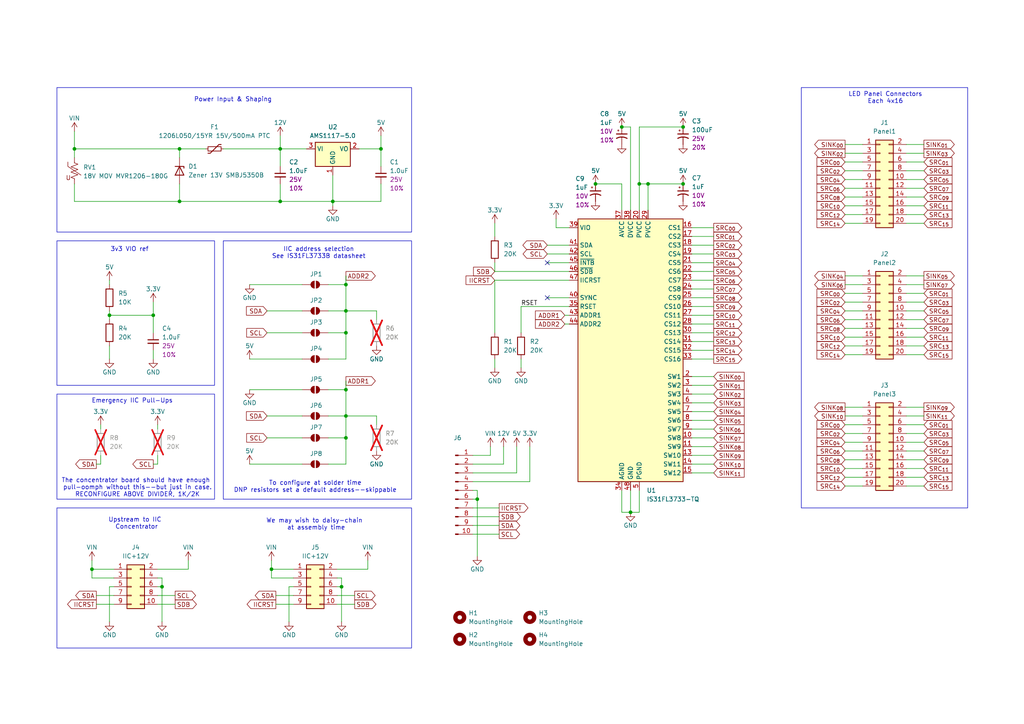
<source format=kicad_sch>
(kicad_sch (version 20250114) (generator "eeschema") (generator_version "9.0")
  (paper "A4")
  (title_block (title "Hyperdrift display controller") (date "2026-01-06") (company "Chris Combs"))
  (bus_alias "SINK0" (members "SINK_{00}" "SINK_{01}" "SINK_{02}" "SINK_{03}"))
  (rectangle (start 16.51 114.3) (end 62.23 144.78))
  (rectangle (start 64.77 69.85) (end 119.38 144.78))
  (rectangle (start 232.41 25.4) (end 280.67 147.32))
  (rectangle (start 16.51 147.32) (end 119.38 187.96))
  (rectangle (start 16.51 25.4) (end 119.38 67.31))
  (rectangle (start 16.51 69.85) (end 62.23 111.76))
  (text "3v3 VIO ref" (at 37.592 72.39 0) (effects (font (size 1.27 1.27))))
  (text "Emergency IIC Pull-Ups" (at 38.354 116.332 0) (effects (font (size 1.27 1.27))))
  (text "To configure at solder time\nDNP resistors set a default address--skippable" (at 91.44 141.224 0) (effects (font (size 1.27 1.27))))
  (text "Upstream to IIC \nConcentrator" (at 39.624 151.892 0) (effects (font (size 1.27 1.27))))
  (text "IIC address selection\nSee IS31FL3733B datasheet" (at 92.456 73.406 0) (effects (font (size 1.27 1.27))))
  (text "The concentrator board should have enough \npull-oomph without this--but just in case.\nRECONFIGURE ABOVE DIVIDER, 1K/2K" (at 39.878 141.478 0) (effects (font (size 1.27 1.27))))
  (text "Power Input & Shaping" (at 67.564 28.956 0) (effects (font (size 1.27 1.27))))
  (text "LED Panel Connectors\nEach 4x16" (at 256.794 28.448 0) (effects (font (size 1.27 1.27))))
  (text "We may wish to daisy-chain \nat assembly time\n" (at 91.694 152.146 0) (effects (font (size 1.27 1.27))))
  (junction (at 31.75 91.44))
  (junction (at 81.28 43.18))
  (junction (at 180.34 36.83))
  (junction (at 26.67 165.1))
  (junction (at 110.49 43.18))
  (junction (at 100.33 90.17))
  (junction (at 78.74 165.1))
  (junction (at 21.59 43.18))
  (junction (at 100.33 96.52))
  (junction (at 44.45 91.44))
  (junction (at 187.96 53.34))
  (junction (at 81.28 58.42))
  (junction (at 182.88 148.59))
  (junction (at 198.12 53.34))
  (junction (at 96.52 58.42))
  (junction (at 172.72 53.34))
  (junction (at 100.33 120.65))
  (junction (at 100.33 113.03))
  (junction (at 52.07 43.18))
  (junction (at 99.06 170.18))
  (junction (at 185.42 53.34))
  (junction (at 100.33 82.55))
  (junction (at 46.99 170.18))
  (junction (at 52.07 58.42))
  (junction (at 198.12 36.83))
  (junction (at 100.33 127))
  (junction (at 138.43 144.78))
  (no_connect (at 158.75 76.2))
  (no_connect (at 158.75 86.36))
  (wire (pts (xy 262.89 57.15) (xy 267.97 57.15)))
  (wire (pts (xy 262.89 82.55) (xy 267.97 82.55)))
  (wire (pts (xy 200.66 99.06) (xy 207.01 99.06)))
  (wire (pts (xy 245.11 59.69) (xy 250.19 59.69)))
  (wire (pts (xy 138.43 144.78) (xy 138.43 161.29)))
  (wire (pts (xy 200.66 73.66) (xy 207.01 73.66)))
  (wire (pts (xy 151.13 88.9) (xy 151.13 96.52)))
  (wire (pts (xy 97.79 167.64) (xy 99.06 167.64)))
  (wire (pts (xy 96.52 58.42) (xy 110.49 58.42)))
  (wire (pts (xy 72.39 113.03) (xy 87.63 113.03)))
  (wire (pts (xy 200.66 109.22) (xy 207.01 109.22)))
  (wire (pts (xy 262.89 62.23) (xy 267.97 62.23)))
  (wire (pts (xy 95.25 96.52) (xy 100.33 96.52)))
  (wire (pts (xy 95.25 82.55) (xy 100.33 82.55)))
  (wire (pts (xy 109.22 120.65) (xy 100.33 120.65)))
  (wire (pts (xy 262.89 41.91) (xy 267.97 41.91)))
  (wire (pts (xy 29.21 123.19) (xy 29.21 124.46)))
  (wire (pts (xy 200.66 78.74) (xy 207.01 78.74)))
  (wire (pts (xy 262.89 130.81) (xy 267.97 130.81)))
  (wire (pts (xy 77.47 127) (xy 87.63 127)))
  (wire (pts (xy 187.96 53.34) (xy 198.12 53.34)))
  (wire (pts (xy 200.66 93.98) (xy 207.01 93.98)))
  (wire (pts (xy 110.49 43.18) (xy 110.49 48.26)))
  (wire (pts (xy 182.88 36.83) (xy 182.88 60.96)))
  (wire (pts (xy 96.52 50.8) (xy 96.52 58.42)))
  (wire (pts (xy 146.05 134.62) (xy 146.05 129.54)))
  (wire (pts (xy 187.96 53.34) (xy 187.96 60.96)))
  (wire (pts (xy 158.75 71.12) (xy 165.1 71.12)))
  (wire (pts (xy 44.45 87.63) (xy 44.45 91.44)))
  (wire (pts (xy 245.11 120.65) (xy 250.19 120.65)))
  (wire (pts (xy 262.89 80.01) (xy 267.97 80.01)))
  (wire (pts (xy 245.11 90.17) (xy 250.19 90.17)))
  (wire (pts (xy 52.07 58.42) (xy 81.28 58.42)))
  (wire (pts (xy 80.01 175.26) (xy 85.09 175.26)))
  (wire (pts (xy 143.51 81.28) (xy 143.51 96.52)))
  (wire (pts (xy 180.34 142.24) (xy 180.34 148.59)))
  (wire (pts (xy 245.11 64.77) (xy 250.19 64.77)))
  (wire (pts (xy 31.75 81.28) (xy 31.75 82.55)))
  (wire (pts (xy 27.94 172.72) (xy 33.02 172.72)))
  (wire (pts (xy 72.39 104.14) (xy 87.63 104.14)))
  (wire (pts (xy 245.11 82.55) (xy 250.19 82.55)))
  (wire (pts (xy 81.28 43.18) (xy 81.28 48.26)))
  (wire (pts (xy 54.61 162.56) (xy 54.61 165.1)))
  (wire (pts (xy 245.11 100.33) (xy 250.19 100.33)))
  (wire (pts (xy 200.66 119.38) (xy 207.01 119.38)))
  (wire (pts (xy 100.33 82.55) (xy 100.33 80.01)))
  (wire (pts (xy 245.11 41.91) (xy 250.19 41.91)))
  (wire (pts (xy 45.72 170.18) (xy 46.99 170.18)))
  (wire (pts (xy 245.11 87.63) (xy 250.19 87.63)))
  (wire (pts (xy 262.89 90.17) (xy 267.97 90.17)))
  (wire (pts (xy 158.75 86.36) (xy 165.1 86.36)))
  (wire (pts (xy 143.51 104.14) (xy 143.51 106.68)))
  (wire (pts (xy 245.11 54.61) (xy 250.19 54.61)))
  (wire (pts (xy 45.72 123.19) (xy 45.72 124.46)))
  (wire (pts (xy 45.72 165.1) (xy 54.61 165.1)))
  (wire (pts (xy 33.02 167.64) (xy 26.67 167.64)))
  (wire (pts (xy 262.89 140.97) (xy 267.97 140.97)))
  (wire (pts (xy 262.89 133.35) (xy 267.97 133.35)))
  (wire (pts (xy 100.33 113.03) (xy 95.25 113.03)))
  (wire (pts (xy 21.59 58.42) (xy 52.07 58.42)))
  (wire (pts (xy 200.66 129.54) (xy 207.01 129.54)))
  (wire (pts (xy 31.75 90.17) (xy 31.75 91.44)))
  (wire (pts (xy 46.99 170.18) (xy 46.99 180.34)))
  (wire (pts (xy 200.66 91.44) (xy 207.01 91.44)))
  (wire (pts (xy 85.09 170.18) (xy 83.82 170.18)))
  (wire (pts (xy 100.33 120.65) (xy 100.33 127)))
  (wire (pts (xy 78.74 162.56) (xy 78.74 165.1)))
  (wire (pts (xy 44.45 134.62) (xy 45.72 134.62)))
  (wire (pts (xy 21.59 43.18) (xy 21.59 45.72)))
  (wire (pts (xy 245.11 49.53) (xy 250.19 49.53)))
  (wire (pts (xy 27.94 175.26) (xy 33.02 175.26)))
  (wire (pts (xy 109.22 123.19) (xy 109.22 120.65)))
  (wire (pts (xy 137.16 147.32) (xy 144.78 147.32)))
  (wire (pts (xy 200.66 114.3) (xy 207.01 114.3)))
  (wire (pts (xy 143.51 81.28) (xy 165.1 81.28)))
  (wire (pts (xy 200.66 83.82) (xy 207.01 83.82)))
  (wire (pts (xy 245.11 97.79) (xy 250.19 97.79)))
  (wire (pts (xy 200.66 124.46) (xy 207.01 124.46)))
  (wire (pts (xy 138.43 142.24) (xy 138.43 144.78)))
  (wire (pts (xy 180.34 36.83) (xy 182.88 36.83)))
  (wire (pts (xy 81.28 39.37) (xy 81.28 43.18)))
  (wire (pts (xy 245.11 123.19) (xy 250.19 123.19)))
  (wire (pts (xy 180.34 53.34) (xy 180.34 60.96)))
  (wire (pts (xy 245.11 135.89) (xy 250.19 135.89)))
  (wire (pts (xy 245.11 62.23) (xy 250.19 62.23)))
  (wire (pts (xy 110.49 43.18) (xy 104.14 43.18)))
  (wire (pts (xy 180.34 148.59) (xy 182.88 148.59)))
  (wire (pts (xy 245.11 57.15) (xy 250.19 57.15)))
  (wire (pts (xy 96.52 58.42) (xy 96.52 59.69)))
  (wire (pts (xy 245.11 46.99) (xy 250.19 46.99)))
  (wire (pts (xy 137.16 152.4) (xy 144.78 152.4)))
  (wire (pts (xy 262.89 46.99) (xy 267.97 46.99)))
  (wire (pts (xy 45.72 175.26) (xy 50.8 175.26)))
  (wire (pts (xy 262.89 54.61) (xy 267.97 54.61)))
  (wire (pts (xy 77.47 90.17) (xy 87.63 90.17)))
  (wire (pts (xy 262.89 44.45) (xy 267.97 44.45)))
  (wire (pts (xy 262.89 97.79) (xy 267.97 97.79)))
  (wire (pts (xy 143.51 78.74) (xy 165.1 78.74)))
  (wire (pts (xy 109.22 90.17) (xy 100.33 90.17)))
  (wire (pts (xy 262.89 138.43) (xy 267.97 138.43)))
  (wire (pts (xy 100.33 120.65) (xy 95.25 120.65)))
  (wire (pts (xy 46.99 167.64) (xy 46.99 170.18)))
  (wire (pts (xy 172.72 53.34) (xy 180.34 53.34)))
  (wire (pts (xy 109.22 92.71) (xy 109.22 90.17)))
  (wire (pts (xy 245.11 92.71) (xy 250.19 92.71)))
  (wire (pts (xy 245.11 85.09) (xy 250.19 85.09)))
  (wire (pts (xy 100.33 113.03) (xy 100.33 120.65)))
  (wire (pts (xy 31.75 100.33) (xy 31.75 104.14)))
  (wire (pts (xy 77.47 96.52) (xy 87.63 96.52)))
  (wire (pts (xy 245.11 125.73) (xy 250.19 125.73)))
  (wire (pts (xy 21.59 53.34) (xy 21.59 58.42)))
  (wire (pts (xy 245.11 130.81) (xy 250.19 130.81)))
  (wire (pts (xy 182.88 142.24) (xy 182.88 148.59)))
  (wire (pts (xy 245.11 44.45) (xy 250.19 44.45)))
  (wire (pts (xy 149.86 137.16) (xy 149.86 129.54)))
  (wire (pts (xy 31.75 170.18) (xy 31.75 180.34)))
  (wire (pts (xy 153.67 139.7) (xy 153.67 129.54)))
  (wire (pts (xy 262.89 64.77) (xy 267.97 64.77)))
  (wire (pts (xy 200.66 96.52) (xy 207.01 96.52)))
  (wire (pts (xy 245.11 52.07) (xy 250.19 52.07)))
  (wire (pts (xy 52.07 43.18) (xy 59.69 43.18)))
  (wire (pts (xy 200.66 88.9) (xy 207.01 88.9)))
  (wire (pts (xy 72.39 134.62) (xy 87.63 134.62)))
  (wire (pts (xy 81.28 43.18) (xy 88.9 43.18)))
  (wire (pts (xy 200.66 137.16) (xy 207.01 137.16)))
  (wire (pts (xy 44.45 104.14) (xy 44.45 101.6)))
  (wire (pts (xy 200.66 116.84) (xy 207.01 116.84)))
  (wire (pts (xy 161.29 63.5) (xy 161.29 66.04)))
  (wire (pts (xy 143.51 76.2) (xy 143.51 78.74)))
  (wire (pts (xy 95.25 90.17) (xy 100.33 90.17)))
  (wire (pts (xy 262.89 52.07) (xy 267.97 52.07)))
  (wire (pts (xy 31.75 91.44) (xy 44.45 91.44)))
  (wire (pts (xy 52.07 53.34) (xy 52.07 58.42)))
  (wire (pts (xy 137.16 132.08) (xy 142.24 132.08)))
  (wire (pts (xy 262.89 92.71) (xy 267.97 92.71)))
  (wire (pts (xy 200.66 132.08) (xy 207.01 132.08)))
  (wire (pts (xy 137.16 139.7) (xy 153.67 139.7)))
  (wire (pts (xy 33.02 170.18) (xy 31.75 170.18)))
  (wire (pts (xy 262.89 128.27) (xy 267.97 128.27)))
  (wire (pts (xy 27.94 134.62) (xy 29.21 134.62)))
  (wire (pts (xy 137.16 137.16) (xy 149.86 137.16)))
  (wire (pts (xy 97.79 172.72) (xy 102.87 172.72)))
  (wire (pts (xy 262.89 123.19) (xy 267.97 123.19)))
  (wire (pts (xy 44.45 91.44) (xy 44.45 96.52)))
  (wire (pts (xy 262.89 125.73) (xy 267.97 125.73)))
  (wire (pts (xy 100.33 127) (xy 95.25 127)))
  (wire (pts (xy 262.89 100.33) (xy 267.97 100.33)))
  (wire (pts (xy 26.67 167.64) (xy 26.67 165.1)))
  (wire (pts (xy 245.11 140.97) (xy 250.19 140.97)))
  (wire (pts (xy 163.83 91.44) (xy 165.1 91.44)))
  (wire (pts (xy 77.47 120.65) (xy 87.63 120.65)))
  (wire (pts (xy 137.16 154.94) (xy 144.78 154.94)))
  (wire (pts (xy 163.83 93.98) (xy 165.1 93.98)))
  (wire (pts (xy 52.07 43.18) (xy 52.07 45.72)))
  (wire (pts (xy 245.11 128.27) (xy 250.19 128.27)))
  (wire (pts (xy 200.66 66.04) (xy 207.01 66.04)))
  (wire (pts (xy 262.89 135.89) (xy 267.97 135.89)))
  (wire (pts (xy 200.66 71.12) (xy 207.01 71.12)))
  (wire (pts (xy 182.88 148.59) (xy 185.42 148.59)))
  (wire (pts (xy 200.66 134.62) (xy 207.01 134.62)))
  (wire (pts (xy 245.11 102.87) (xy 250.19 102.87)))
  (wire (pts (xy 21.59 43.18) (xy 52.07 43.18)))
  (wire (pts (xy 72.39 82.55) (xy 87.63 82.55)))
  (wire (pts (xy 64.77 43.18) (xy 81.28 43.18)))
  (wire (pts (xy 158.75 76.2) (xy 165.1 76.2)))
  (wire (pts (xy 185.42 36.83) (xy 198.12 36.83)))
  (wire (pts (xy 262.89 49.53) (xy 267.97 49.53)))
  (wire (pts (xy 81.28 53.34) (xy 81.28 58.42)))
  (wire (pts (xy 185.42 142.24) (xy 185.42 148.59)))
  (wire (pts (xy 245.11 138.43) (xy 250.19 138.43)))
  (wire (pts (xy 95.25 104.14) (xy 100.33 104.14)))
  (wire (pts (xy 78.74 165.1) (xy 85.09 165.1)))
  (wire (pts (xy 200.66 111.76) (xy 207.01 111.76)))
  (wire (pts (xy 78.74 167.64) (xy 78.74 165.1)))
  (wire (pts (xy 99.06 167.64) (xy 99.06 170.18)))
  (wire (pts (xy 137.16 142.24) (xy 138.43 142.24)))
  (wire (pts (xy 99.06 170.18) (xy 99.06 180.34)))
  (wire (pts (xy 45.72 172.72) (xy 50.8 172.72)))
  (wire (pts (xy 262.89 102.87) (xy 267.97 102.87)))
  (wire (pts (xy 245.11 80.01) (xy 250.19 80.01)))
  (wire (pts (xy 200.66 76.2) (xy 207.01 76.2)))
  (wire (pts (xy 151.13 88.9) (xy 165.1 88.9)))
  (wire (pts (xy 97.79 170.18) (xy 99.06 170.18)))
  (wire (pts (xy 100.33 110.49) (xy 100.33 113.03)))
  (wire (pts (xy 200.66 81.28) (xy 207.01 81.28)))
  (wire (pts (xy 158.75 73.66) (xy 165.1 73.66)))
  (wire (pts (xy 26.67 165.1) (xy 33.02 165.1)))
  (wire (pts (xy 29.21 134.62) (xy 29.21 132.08)))
  (wire (pts (xy 262.89 120.65) (xy 267.97 120.65)))
  (wire (pts (xy 262.89 95.25) (xy 267.97 95.25)))
  (wire (pts (xy 185.42 53.34) (xy 187.96 53.34)))
  (wire (pts (xy 200.66 86.36) (xy 207.01 86.36)))
  (wire (pts (xy 151.13 104.14) (xy 151.13 106.68)))
  (wire (pts (xy 185.42 36.83) (xy 185.42 53.34)))
  (wire (pts (xy 185.42 53.34) (xy 185.42 60.96)))
  (wire (pts (xy 262.89 59.69) (xy 267.97 59.69)))
  (wire (pts (xy 106.68 162.56) (xy 106.68 165.1)))
  (wire (pts (xy 200.66 101.6) (xy 207.01 101.6)))
  (wire (pts (xy 262.89 85.09) (xy 267.97 85.09)))
  (wire (pts (xy 97.79 175.26) (xy 102.87 175.26)))
  (wire (pts (xy 45.72 167.64) (xy 46.99 167.64)))
  (wire (pts (xy 200.66 104.14) (xy 207.01 104.14)))
  (wire (pts (xy 200.66 68.58) (xy 207.01 68.58)))
  (wire (pts (xy 100.33 90.17) (xy 100.33 82.55)))
  (wire (pts (xy 200.66 121.92) (xy 207.01 121.92)))
  (wire (pts (xy 245.11 133.35) (xy 250.19 133.35)))
  (wire (pts (xy 200.66 127) (xy 207.01 127)))
  (wire (pts (xy 100.33 134.62) (xy 95.25 134.62)))
  (wire (pts (xy 143.51 64.77) (xy 143.51 68.58)))
  (wire (pts (xy 245.11 95.25) (xy 250.19 95.25)))
  (wire (pts (xy 137.16 134.62) (xy 146.05 134.62)))
  (wire (pts (xy 80.01 172.72) (xy 85.09 172.72)))
  (wire (pts (xy 21.59 38.1) (xy 21.59 43.18)))
  (wire (pts (xy 26.67 162.56) (xy 26.67 165.1)))
  (wire (pts (xy 45.72 134.62) (xy 45.72 132.08)))
  (wire (pts (xy 262.89 87.63) (xy 267.97 87.63)))
  (wire (pts (xy 110.49 58.42) (xy 110.49 53.34)))
  (wire (pts (xy 83.82 170.18) (xy 83.82 180.34)))
  (wire (pts (xy 100.33 90.17) (xy 100.33 96.52)))
  (wire (pts (xy 262.89 118.11) (xy 267.97 118.11)))
  (wire (pts (xy 100.33 96.52) (xy 100.33 104.14)))
  (wire (pts (xy 81.28 58.42) (xy 96.52 58.42)))
  (wire (pts (xy 100.33 127) (xy 100.33 134.62)))
  (wire (pts (xy 161.29 66.04) (xy 165.1 66.04)))
  (wire (pts (xy 137.16 149.86) (xy 144.78 149.86)))
  (wire (pts (xy 142.24 132.08) (xy 142.24 129.54)))
  (wire (pts (xy 110.49 39.37) (xy 110.49 43.18)))
  (wire (pts (xy 97.79 165.1) (xy 106.68 165.1)))
  (wire (pts (xy 137.16 144.78) (xy 138.43 144.78)))
  (wire (pts (xy 245.11 118.11) (xy 250.19 118.11)))
  (wire (pts (xy 85.09 167.64) (xy 78.74 167.64)))
  (wire (pts (xy 31.75 91.44) (xy 31.75 92.71)))
  (label "RSET" (at 151.13 88.9 0))
  (global_label "SINK_{08}" (shape output) (at 245.11 118.11 180) (property "Intersheetrefs" "${INTERSHEET_REFS}" (effects (hide yes))))
  (global_label "SINK_{00}" (shape output) (at 245.11 41.91 180) (property "Intersheetrefs" "${INTERSHEET_REFS}" (effects (hide yes))))
  (global_label "SINK_{01}" (shape output) (at 267.97 41.91 0) (property "Intersheetrefs" "${INTERSHEET_REFS}" (effects (hide yes))))
  (global_label "SINK_{03}" (shape output) (at 267.97 44.45 0) (property "Intersheetrefs" "${INTERSHEET_REFS}" (effects (hide yes))))
  (global_label "SINK_{02}" (shape output) (at 245.11 44.45 180) (property "Intersheetrefs" "${INTERSHEET_REFS}" (effects (hide yes))))
  (global_label "SINK_{09}" (shape output) (at 267.97 118.11 0) (property "Intersheetrefs" "${INTERSHEET_REFS}" (effects (hide yes))))
  (global_label "SINK_{11}" (shape output) (at 267.97 120.65 0) (property "Intersheetrefs" "${INTERSHEET_REFS}" (effects (hide yes))))
  (global_label "SINK_{10}" (shape output) (at 245.11 120.65 180) (property "Intersheetrefs" "${INTERSHEET_REFS}" (effects (hide yes))))
  (global_label "SINK_{04}" (shape output) (at 245.11 80.01 180) (property "Intersheetrefs" "${INTERSHEET_REFS}" (effects (hide yes))))
  (global_label "SINK_{06}" (shape output) (at 245.11 82.55 180) (property "Intersheetrefs" "${INTERSHEET_REFS}" (effects (hide yes))))
  (global_label "SINK_{05}" (shape output) (at 267.97 80.01 0) (property "Intersheetrefs" "${INTERSHEET_REFS}" (effects (hide yes))))
  (global_label "SINK_{07}" (shape output) (at 267.97 82.55 0) (property "Intersheetrefs" "${INTERSHEET_REFS}" (effects (hide yes))))
  (global_label "SRC_{00}" (shape input) (at 245.11 85.09 180) (property "Intersheetrefs" "${INTERSHEET_REFS}" (effects (hide yes))))
  (global_label "SRC_{03}" (shape input) (at 267.97 87.63 0) (property "Intersheetrefs" "${INTERSHEET_REFS}" (effects (hide yes))))
  (global_label "SRC_{07}" (shape input) (at 267.97 92.71 0) (property "Intersheetrefs" "${INTERSHEET_REFS}" (effects (hide yes))))
  (global_label "SRC_{15}" (shape input) (at 267.97 102.87 0) (property "Intersheetrefs" "${INTERSHEET_REFS}" (effects (hide yes))))
  (global_label "SDB" (shape input) (at 143.51 78.74 180) (property "Intersheetrefs" "${INTERSHEET_REFS}" (effects (hide yes))))
  (global_label "SDA" (shape output) (at 144.78 152.4 0) (property "Intersheetrefs" "${INTERSHEET_REFS}" (effects (hide yes))))
  (global_label "IICRST" (shape input) (at 143.51 81.28 180) (property "Intersheetrefs" "${INTERSHEET_REFS}" (effects (hide yes))))
  (global_label "IICRST" (shape output) (at 80.01 175.26 180) (property "Intersheetrefs" "${INTERSHEET_REFS}" (effects (hide yes))))
  (global_label "SRC_{11}" (shape input) (at 267.97 97.79 0) (property "Intersheetrefs" "${INTERSHEET_REFS}" (effects (hide yes))))
  (global_label "SRC_{03}" (shape input) (at 267.97 125.73 0) (property "Intersheetrefs" "${INTERSHEET_REFS}" (effects (hide yes))))
  (global_label "IICRST" (shape output) (at 27.94 175.26 180) (property "Intersheetrefs" "${INTERSHEET_REFS}" (effects (hide yes))))
  (global_label "SRC_{14}" (shape input) (at 245.11 140.97 180) (property "Intersheetrefs" "${INTERSHEET_REFS}" (effects (hide yes))))
  (global_label "SRC_{12}" (shape input) (at 245.11 138.43 180) (property "Intersheetrefs" "${INTERSHEET_REFS}" (effects (hide yes))))
  (global_label "SCL" (shape output) (at 50.8 172.72 0) (property "Intersheetrefs" "${INTERSHEET_REFS}" (effects (hide yes))))
  (global_label "SDA" (shape output) (at 27.94 172.72 180) (property "Intersheetrefs" "${INTERSHEET_REFS}" (effects (hide yes))))
  (global_label "SINK_{04}" (shape input) (at 207.01 119.38 0) (property "Intersheetrefs" "${INTERSHEET_REFS}" (effects (hide yes))))
  (global_label "SINK_{02}" (shape input) (at 207.01 114.3 0) (property "Intersheetrefs" "${INTERSHEET_REFS}" (effects (hide yes))))
  (global_label "SINK_{00}" (shape input) (at 207.01 109.22 0) (property "Intersheetrefs" "${INTERSHEET_REFS}" (effects (hide yes))))
  (global_label "SINK_{01}" (shape input) (at 207.01 111.76 0) (property "Intersheetrefs" "${INTERSHEET_REFS}" (effects (hide yes))))
  (global_label "SINK_{03}" (shape input) (at 207.01 116.84 0) (property "Intersheetrefs" "${INTERSHEET_REFS}" (effects (hide yes))))
  (global_label "SINK_{05}" (shape input) (at 207.01 121.92 0) (property "Intersheetrefs" "${INTERSHEET_REFS}" (effects (hide yes))))
  (global_label "SINK_{06}" (shape input) (at 207.01 124.46 0) (property "Intersheetrefs" "${INTERSHEET_REFS}" (effects (hide yes))))
  (global_label "SINK_{09}" (shape input) (at 207.01 132.08 0) (property "Intersheetrefs" "${INTERSHEET_REFS}" (effects (hide yes))))
  (global_label "SINK_{08}" (shape input) (at 207.01 129.54 0) (property "Intersheetrefs" "${INTERSHEET_REFS}" (effects (hide yes))))
  (global_label "SINK_{11}" (shape input) (at 207.01 137.16 0) (property "Intersheetrefs" "${INTERSHEET_REFS}" (effects (hide yes))))
  (global_label "SINK_{10}" (shape input) (at 207.01 134.62 0) (property "Intersheetrefs" "${INTERSHEET_REFS}" (effects (hide yes))))
  (global_label "SINK_{07}" (shape input) (at 207.01 127 0) (property "Intersheetrefs" "${INTERSHEET_REFS}" (effects (hide yes))))
  (global_label "SRC_{11}" (shape input) (at 267.97 135.89 0) (property "Intersheetrefs" "${INTERSHEET_REFS}" (effects (hide yes))))
  (global_label "SRC_{05}" (shape input) (at 267.97 90.17 0) (property "Intersheetrefs" "${INTERSHEET_REFS}" (effects (hide yes))))
  (global_label "SRC_{13}" (shape input) (at 267.97 138.43 0) (property "Intersheetrefs" "${INTERSHEET_REFS}" (effects (hide yes))))
  (global_label "SDA" (shape input) (at 77.47 90.17 180) (property "Intersheetrefs" "${INTERSHEET_REFS}" (effects (hide yes))))
  (global_label "SCL" (shape input) (at 77.47 96.52 180) (property "Intersheetrefs" "${INTERSHEET_REFS}" (effects (hide yes))))
  (global_label "SDA" (shape input) (at 77.47 120.65 180) (property "Intersheetrefs" "${INTERSHEET_REFS}" (effects (hide yes))))
  (global_label "SCL" (shape input) (at 77.47 127 180) (property "Intersheetrefs" "${INTERSHEET_REFS}" (effects (hide yes))))
  (global_label "SRC_{12}" (shape input) (at 245.11 100.33 180) (property "Intersheetrefs" "${INTERSHEET_REFS}" (effects (hide yes))))
  (global_label "SRC_{04}" (shape input) (at 245.11 90.17 180) (property "Intersheetrefs" "${INTERSHEET_REFS}" (effects (hide yes))))
  (global_label "SRC_{07}" (shape input) (at 267.97 130.81 0) (property "Intersheetrefs" "${INTERSHEET_REFS}" (effects (hide yes))))
  (global_label "SRC_{02}" (shape input) (at 245.11 87.63 180) (property "Intersheetrefs" "${INTERSHEET_REFS}" (effects (hide yes))))
  (global_label "SDA" (shape output) (at 27.94 134.62 180) (property "Intersheetrefs" "${INTERSHEET_REFS}" (effects (hide yes))))
  (global_label "SRC_{04}" (shape input) (at 245.11 128.27 180) (property "Intersheetrefs" "${INTERSHEET_REFS}" (effects (hide yes))))
  (global_label "SRC_{08}" (shape input) (at 245.11 95.25 180) (property "Intersheetrefs" "${INTERSHEET_REFS}" (effects (hide yes))))
  (global_label "SRC_{01}" (shape input) (at 267.97 85.09 0) (property "Intersheetrefs" "${INTERSHEET_REFS}" (effects (hide yes))))
  (global_label "SRC_{02}" (shape input) (at 245.11 125.73 180) (property "Intersheetrefs" "${INTERSHEET_REFS}" (effects (hide yes))))
  (global_label "SRC_{10}" (shape input) (at 245.11 135.89 180) (property "Intersheetrefs" "${INTERSHEET_REFS}" (effects (hide yes))))
  (global_label "SRC_{09}" (shape input) (at 267.97 133.35 0) (property "Intersheetrefs" "${INTERSHEET_REFS}" (effects (hide yes))))
  (global_label "SRC_{12}" (shape input) (at 245.11 62.23 180) (property "Intersheetrefs" "${INTERSHEET_REFS}" (effects (hide yes))))
  (global_label "SRC_{10}" (shape input) (at 245.11 59.69 180) (property "Intersheetrefs" "${INTERSHEET_REFS}" (effects (hide yes))))
  (global_label "SRC_{06}" (shape input) (at 245.11 54.61 180) (property "Intersheetrefs" "${INTERSHEET_REFS}" (effects (hide yes))))
  (global_label "SRC_{08}" (shape input) (at 245.11 57.15 180) (property "Intersheetrefs" "${INTERSHEET_REFS}" (effects (hide yes))))
  (global_label "SRC_{14}" (shape input) (at 245.11 64.77 180) (property "Intersheetrefs" "${INTERSHEET_REFS}" (effects (hide yes))))
  (global_label "SRC_{00}" (shape input) (at 245.11 46.99 180) (property "Intersheetrefs" "${INTERSHEET_REFS}" (effects (hide yes))))
  (global_label "SRC_{02}" (shape input) (at 245.11 49.53 180) (property "Intersheetrefs" "${INTERSHEET_REFS}" (effects (hide yes))))
  (global_label "SRC_{04}" (shape input) (at 245.11 52.07 180) (property "Intersheetrefs" "${INTERSHEET_REFS}" (effects (hide yes))))
  (global_label "SRC_{01}" (shape input) (at 267.97 46.99 0) (property "Intersheetrefs" "${INTERSHEET_REFS}" (effects (hide yes))))
  (global_label "SRC_{03}" (shape input) (at 267.97 49.53 0) (property "Intersheetrefs" "${INTERSHEET_REFS}" (effects (hide yes))))
  (global_label "SRC_{05}" (shape input) (at 267.97 52.07 0) (property "Intersheetrefs" "${INTERSHEET_REFS}" (effects (hide yes))))
  (global_label "SRC_{11}" (shape input) (at 267.97 59.69 0) (property "Intersheetrefs" "${INTERSHEET_REFS}" (effects (hide yes))))
  (global_label "SRC_{13}" (shape input) (at 267.97 62.23 0) (property "Intersheetrefs" "${INTERSHEET_REFS}" (effects (hide yes))))
  (global_label "SRC_{09}" (shape input) (at 267.97 57.15 0) (property "Intersheetrefs" "${INTERSHEET_REFS}" (effects (hide yes))))
  (global_label "SRC_{07}" (shape input) (at 267.97 54.61 0) (property "Intersheetrefs" "${INTERSHEET_REFS}" (effects (hide yes))))
  (global_label "SRC_{15}" (shape input) (at 267.97 64.77 0) (property "Intersheetrefs" "${INTERSHEET_REFS}" (effects (hide yes))))
  (global_label "SRC_{10}" (shape input) (at 245.11 97.79 180) (property "Intersheetrefs" "${INTERSHEET_REFS}" (effects (hide yes))))
  (global_label "SCL" (shape output) (at 102.87 172.72 0) (property "Intersheetrefs" "${INTERSHEET_REFS}" (effects (hide yes))))
  (global_label "SCL" (shape bidirectional) (at 158.75 73.66 180) (property "Intersheetrefs" "${INTERSHEET_REFS}" (effects (hide yes))))
  (global_label "SDA" (shape bidirectional) (at 158.75 71.12 180) (property "Intersheetrefs" "${INTERSHEET_REFS}" (effects (hide yes))))
  (global_label "SDB" (shape output) (at 144.78 149.86 0) (property "Intersheetrefs" "${INTERSHEET_REFS}" (effects (hide yes))))
  (global_label "SRC_{06}" (shape input) (at 245.11 130.81 180) (property "Intersheetrefs" "${INTERSHEET_REFS}" (effects (hide yes))))
  (global_label "SCL" (shape output) (at 144.78 154.94 0) (property "Intersheetrefs" "${INTERSHEET_REFS}" (effects (hide yes))))
  (global_label "SDA" (shape output) (at 80.01 172.72 180) (property "Intersheetrefs" "${INTERSHEET_REFS}" (effects (hide yes))))
  (global_label "ADDR1" (shape input) (at 163.83 91.44 180) (property "Intersheetrefs" "${INTERSHEET_REFS}" (effects (hide yes))))
  (global_label "SRC_{15}" (shape output) (at 207.01 104.14 0) (property "Intersheetrefs" "${INTERSHEET_REFS}" (effects (hide yes))))
  (global_label "SRC_{14}" (shape output) (at 207.01 101.6 0) (property "Intersheetrefs" "${INTERSHEET_REFS}" (effects (hide yes))))
  (global_label "SRC_{13}" (shape output) (at 207.01 99.06 0) (property "Intersheetrefs" "${INTERSHEET_REFS}" (effects (hide yes))))
  (global_label "SRC_{12}" (shape output) (at 207.01 96.52 0) (property "Intersheetrefs" "${INTERSHEET_REFS}" (effects (hide yes))))
  (global_label "SRC_{02}" (shape output) (at 207.01 71.12 0) (property "Intersheetrefs" "${INTERSHEET_REFS}" (effects (hide yes))))
  (global_label "SRC_{03}" (shape output) (at 207.01 73.66 0) (property "Intersheetrefs" "${INTERSHEET_REFS}" (effects (hide yes))))
  (global_label "SRC_{01}" (shape output) (at 207.01 68.58 0) (property "Intersheetrefs" "${INTERSHEET_REFS}" (effects (hide yes))))
  (global_label "SRC_{04}" (shape output) (at 207.01 76.2 0) (property "Intersheetrefs" "${INTERSHEET_REFS}" (effects (hide yes))))
  (global_label "SRC_{00}" (shape output) (at 207.01 66.04 0) (property "Intersheetrefs" "${INTERSHEET_REFS}" (effects (hide yes))))
  (global_label "SRC_{05}" (shape output) (at 207.01 78.74 0) (property "Intersheetrefs" "${INTERSHEET_REFS}" (effects (hide yes))))
  (global_label "SRC_{10}" (shape output) (at 207.01 91.44 0) (property "Intersheetrefs" "${INTERSHEET_REFS}" (effects (hide yes))))
  (global_label "SRC_{09}" (shape output) (at 207.01 88.9 0) (property "Intersheetrefs" "${INTERSHEET_REFS}" (effects (hide yes))))
  (global_label "SRC_{07}" (shape output) (at 207.01 83.82 0) (property "Intersheetrefs" "${INTERSHEET_REFS}" (effects (hide yes))))
  (global_label "SRC_{11}" (shape output) (at 207.01 93.98 0) (property "Intersheetrefs" "${INTERSHEET_REFS}" (effects (hide yes))))
  (global_label "SRC_{08}" (shape output) (at 207.01 86.36 0) (property "Intersheetrefs" "${INTERSHEET_REFS}" (effects (hide yes))))
  (global_label "SRC_{06}" (shape output) (at 207.01 81.28 0) (property "Intersheetrefs" "${INTERSHEET_REFS}" (effects (hide yes))))
  (global_label "SRC_{06}" (shape input) (at 245.11 92.71 180) (property "Intersheetrefs" "${INTERSHEET_REFS}" (effects (hide yes))))
  (global_label "SDB" (shape output) (at 50.8 175.26 0) (property "Intersheetrefs" "${INTERSHEET_REFS}" (effects (hide yes))))
  (global_label "SRC_{09}" (shape input) (at 267.97 95.25 0) (property "Intersheetrefs" "${INTERSHEET_REFS}" (effects (hide yes))))
  (global_label "SRC_{08}" (shape input) (at 245.11 133.35 180) (property "Intersheetrefs" "${INTERSHEET_REFS}" (effects (hide yes))))
  (global_label "SRC_{01}" (shape input) (at 267.97 123.19 0) (property "Intersheetrefs" "${INTERSHEET_REFS}" (effects (hide yes))))
  (global_label "IICRST" (shape output) (at 144.78 147.32 0) (property "Intersheetrefs" "${INTERSHEET_REFS}" (effects (hide yes))))
  (global_label "ADDR1" (shape output) (at 100.33 110.49 0) (property "Intersheetrefs" "${INTERSHEET_REFS}" (effects (hide yes))))
  (global_label "ADDR2" (shape output) (at 100.33 80.01 0) (property "Intersheetrefs" "${INTERSHEET_REFS}" (effects (hide yes))))
  (global_label "SRC_{15}" (shape input) (at 267.97 140.97 0) (property "Intersheetrefs" "${INTERSHEET_REFS}" (effects (hide yes))))
  (global_label "SRC_{00}" (shape input) (at 245.11 123.19 180) (property "Intersheetrefs" "${INTERSHEET_REFS}" (effects (hide yes))))
  (global_label "SRC_{13}" (shape input) (at 267.97 100.33 0) (property "Intersheetrefs" "${INTERSHEET_REFS}" (effects (hide yes))))
  (global_label "SRC_{05}" (shape input) (at 267.97 128.27 0) (property "Intersheetrefs" "${INTERSHEET_REFS}" (effects (hide yes))))
  (global_label "ADDR2" (shape input) (at 163.83 93.98 180) (property "Intersheetrefs" "${INTERSHEET_REFS}" (effects (hide yes))))
  (global_label "SRC_{14}" (shape input) (at 245.11 102.87 180) (property "Intersheetrefs" "${INTERSHEET_REFS}" (effects (hide yes))))
  (global_label "SDB" (shape output) (at 102.87 175.26 0) (property "Intersheetrefs" "${INTERSHEET_REFS}" (effects (hide yes))))
  (global_label "SCL" (shape output) (at 44.45 134.62 180) (property "Intersheetrefs" "${INTERSHEET_REFS}" (effects (hide yes))))
  (symbol (lib_id "PCM_SparkFun-PowerSymbol:5V") (at 180.34 36.83 0) (unit 1)
    (property "Reference" "#PWR022" (effects (hide yes)))
    (property "Value" "5V" (at 180.34 33.02 0))
    (property "Description" "Power symbol creates a global label with name \"5V\"" (effects (hide yes)))
  )
  (symbol (lib_id "Mechanical:MountingHole") (at 133.35 179.07 0) (unit 1) (exclude_from_sim yes) (in_bom no)
    (property "Reference" "H1" (at 135.89 177.7999 0) (effects (justify left)))
    (property "Value" "MountingHole" (at 135.89 180.3399 0) (effects (justify left)))
    (property "Footprint" "MountingHole:MountingHole_3.2mm_M3" (effects (hide yes)))
    (property "Description" "Mounting Hole without connection" (effects (hide yes)))
  )
  (symbol (lib_id "Device:R") (at 45.72 128.27 0) (unit 1) (dnp yes)
    (property "Reference" "R9" (at 48.26 126.9999 0) (effects (justify left)))
    (property "Value" "20K" (at 48.26 129.5399 0) (effects (justify left)))
    (property "Footprint" "Resistor_SMD:R_0805_2012Metric_Pad1.20x1.40mm_HandSolder" (effects (hide yes)))
    (property "Description" "Resistor" (effects (hide yes)))
  )
  (symbol (lib_id "PCM_SparkFun-PowerSymbol:GND") (at 83.82 180.34 0) (unit 1)
    (property "Reference" "#PWR037" (effects (hide yes)))
    (property "Value" "GND" (at 83.82 184.15 0))
    (property "Description" "Power symbol creates a global label with name \"GND\" , ground" (effects (hide yes)))
  )
  (symbol (lib_id "PCM_SparkFun-PowerSymbol:3.3V") (at 143.51 64.77 0) (unit 1)
    (property "Reference" "#PWR012" (effects (hide yes)))
    (property "Value" "3.3V" (at 143.51 60.96 0))
    (property "Description" "Power symbol creates a global label with name \"3.3V\"" (effects (hide yes)))
  )
  (symbol (lib_id "Jumper:SolderJumper_2_Open") (at 91.44 96.52 0) (unit 1) (exclude_from_sim yes) (in_bom no)
    (property "Reference" "JP3" (at 91.694 93.472 0))
    (property "Value" "ADDR2 SCL" (effects (hide yes)))
    (property "Footprint" "Jumper:SolderJumper-2_P1.3mm_Open_TrianglePad1.0x1.5mm" (effects (hide yes)))
    (property "Description" "Solder Jumper, 2-pole, open" (effects (hide yes)))
  )
  (symbol (lib_id "Jumper:SolderJumper_2_Open") (at 91.44 82.55 0) (unit 1) (exclude_from_sim yes) (in_bom no)
    (property "Reference" "JP1" (at 91.694 79.502 0))
    (property "Value" "ADDR2 GND" (effects (hide yes)))
    (property "Footprint" "Jumper:SolderJumper-2_P1.3mm_Open_TrianglePad1.0x1.5mm" (effects (hide yes)))
    (property "Description" "Solder Jumper, 2-pole, open" (effects (hide yes)))
  )
  (symbol (lib_id "PCM_SparkFun-PowerSymbol:12V") (at 146.05 129.54 0) (unit 1)
    (property "Reference" "#PWR042" (effects (hide yes)))
    (property "Value" "12V" (at 146.05 125.73 0))
    (property "Description" "Power symbol creates a global label with name \"12V\"" (effects (hide yes)))
  )
  (symbol (lib_id "PCM_SparkFun-PowerSymbol:3.3V") (at 45.72 123.19 0) (unit 1)
    (property "Reference" "#PWR033" (effects (hide yes)))
    (property "Value" "3.3V" (at 45.72 119.38 0))
    (property "Description" "Power symbol creates a global label with name \"3.3V\"" (effects (hide yes)))
  )
  (symbol (lib_id "Jumper:SolderJumper_2_Open") (at 91.44 120.65 0) (unit 1) (exclude_from_sim yes) (in_bom no)
    (property "Reference" "JP6" (at 91.694 117.602 0))
    (property "Value" "ADDR1 SDA" (effects (hide yes)))
    (property "Footprint" "Jumper:SolderJumper-2_P1.3mm_Open_TrianglePad1.0x1.5mm" (effects (hide yes)))
    (property "Description" "Solder Jumper, 2-pole, open" (effects (hide yes)))
  )
  (symbol (lib_id "PCM_SparkFun-Capacitor:1.0uF_0805_25V_10%") (at 81.28 50.8 0) (unit 1)
    (property "Reference" "C2" (at 83.82 46.9962 0) (effects (justify left)))
    (property "Value" "1.0uF" (at 83.82 49.5362 0) (effects (justify left)))
    (property "Footprint" "PCM_SparkFun-Capacitor:C_0805_2012Metric" (effects (hide yes)))
    (property "Datasheet" "https://cdn.sparkfun.com/assets/8/a/4/a/5/Kemet_Capacitor_Datasheet.pdf" (effects (hide yes)))
    (property "Description" "Unpolarized capacitor" (effects (hide yes)))
    (property "PROD_ID" "CAP-08064" (effects (hide yes)))
    (property "Voltage" "25V" (at 83.82 52.0762 0) (effects (justify left)))
    (property "Tolerance" "10%" (at 83.82 54.6162 0) (effects (justify left)))
  )
  (symbol (lib_id "PCM_SparkFun-Capacitor:47uF_3528_10V_10%") (at 180.34 39.37 0) (unit 1)
    (property "Reference" "C8" (at 173.99 33.02 0) (effects (justify left)))
    (property "Value" "1uF" (at 173.99 35.56 0) (effects (justify left)))
    (property "Footprint" "Capacitor_Tantalum_SMD:CP_EIA-3216-10_Kemet-I_Pad1.58x1.35mm_HandSolder" (effects (hide yes)))
    (property "Datasheet" "https://www.vishay.com/docs/40002/293d.pdf" (effects (hide yes)))
    (property "Description" "Polarized tantalum capacitor" (effects (hide yes)))
    (property "PROD_ID" "CAP-08310" (effects (hide yes)))
    (property "Voltage" "10V" (at 173.99 38.1 0) (effects (justify left)))
    (property "Tolerance" "10%" (at 173.99 40.64 0) (effects (justify left)))
  )
  (symbol (lib_id "Device:R") (at 31.75 96.52 0) (unit 1)
    (property "Reference" "R4" (at 34.29 95.2499 0) (effects (justify left)))
    (property "Value" "20K" (at 34.29 97.7899 0) (effects (justify left)))
    (property "Footprint" "Resistor_SMD:R_0805_2012Metric_Pad1.20x1.40mm_HandSolder" (effects (hide yes)))
    (property "Description" "Resistor" (effects (hide yes)))
  )
  (symbol (lib_id "PCM_SparkFun-PowerSymbol:GND") (at 138.43 161.29 0) (unit 1)
    (property "Reference" "#PWR039" (effects (hide yes)))
    (property "Value" "GND" (at 138.43 165.1 0))
    (property "Description" "Power symbol creates a global label with name \"GND\" , ground" (effects (hide yes)))
  )
  (symbol (lib_id "PCM_SparkFun-PowerSymbol:5V") (at 172.72 53.34 0) (unit 1)
    (property "Reference" "#PWR023" (effects (hide yes)))
    (property "Value" "5V" (at 172.72 49.53 0))
    (property "Description" "Power symbol creates a global label with name \"5V\"" (effects (hide yes)))
  )
  (symbol (lib_id "PCM_SparkFun-PowerSymbol:VIN") (at 78.74 162.56 0) (unit 1)
    (property "Reference" "#PWR035" (effects (hide yes)))
    (property "Value" "VIN" (at 78.74 158.75 0))
    (property "Description" "Power symbol creates a global label with name \"VIN\"" (effects (hide yes)))
  )
  (symbol (lib_id "PCM_SparkFun-PowerSymbol:3.3V") (at 161.29 63.5 0) (unit 1)
    (property "Reference" "#PWR011" (effects (hide yes)))
    (property "Value" "3.3V" (at 161.29 59.69 0))
    (property "Description" "Power symbol creates a global label with name \"3.3V\"" (effects (hide yes)))
  )
  (symbol (lib_id "PCM_SparkFun-PowerSymbol:5V") (at 110.49 39.37 0) (unit 1)
    (property "Reference" "#PWR03" (effects (hide yes)))
    (property "Value" "5V" (at 110.49 35.56 0))
    (property "Description" "Power symbol creates a global label with name \"5V\"" (effects (hide yes)))
  )
  (symbol (lib_id "PCM_SparkFun-Capacitor:47uF_3528_10V_10%") (at 172.72 55.88 0) (unit 1)
    (property "Reference" "C9" (at 166.878 51.816 0) (effects (justify left)))
    (property "Value" "1uF" (at 166.878 54.356 0) (effects (justify left)))
    (property "Footprint" "Capacitor_Tantalum_SMD:CP_EIA-3216-10_Kemet-I_Pad1.58x1.35mm_HandSolder" (effects (hide yes)))
    (property "Datasheet" "https://www.vishay.com/docs/40002/293d.pdf" (effects (hide yes)))
    (property "Description" "Polarized tantalum capacitor" (effects (hide yes)))
    (property "PROD_ID" "CAP-08310" (effects (hide yes)))
    (property "Voltage" "10V" (at 166.878 56.896 0) (effects (justify left)))
    (property "Tolerance" "10%" (at 166.878 59.436 0) (effects (justify left)))
  )
  (symbol (lib_id "PCM_SparkFun-PowerSymbol:GND") (at 72.39 113.03 0) (unit 1)
    (property "Reference" "#PWR028" (effects (hide yes)))
    (property "Value" "GND" (at 72.39 116.84 0))
    (property "Description" "Power symbol creates a global label with name \"GND\" , ground" (effects (hide yes)))
  )
  (symbol (lib_id "PCM_SparkFun-PowerSymbol:GND") (at 109.22 100.33 0) (unit 1)
    (property "Reference" "#PWR031" (effects (hide yes)))
    (property "Value" "GND" (at 109.22 104.14 0))
    (property "Description" "Power symbol creates a global label with name \"GND\" , ground" (effects (hide yes)))
  )
  (symbol (lib_id "PCM_SparkFun-PowerSymbol:5V") (at 149.86 129.54 0) (unit 1)
    (property "Reference" "#PWR041" (effects (hide yes)))
    (property "Value" "5V" (at 149.86 125.73 0))
    (property "Description" "Power symbol creates a global label with name \"5V\"" (effects (hide yes)))
  )
  (symbol (lib_id "Device:R") (at 109.22 96.52 0) (unit 1) (dnp yes)
    (property "Reference" "R6" (at 111.76 95.2499 0) (effects (justify left)))
    (property "Value" "20K" (at 111.76 97.7899 0) (effects (justify left)))
    (property "Footprint" "Resistor_SMD:R_0805_2012Metric_Pad1.20x1.40mm_HandSolder" (effects (hide yes)))
    (property "Description" "Resistor" (effects (hide yes)))
  )
  (symbol (lib_id "PCM_SparkFun-PowerSymbol:GND") (at 172.72 58.42 0) (unit 1)
    (property "Reference" "#PWR018" (effects (hide yes)))
    (property "Value" "GND" (effects (hide yes)))
    (property "Description" "Power symbol creates a global label with name \"GND\" , ground" (effects (hide yes)))
  )
  (symbol (lib_id "Device:R") (at 143.51 100.33 0) (unit 1)
    (property "Reference" "R1" (at 146.05 99.0599 0) (effects (justify left)))
    (property "Value" "20K" (at 146.05 101.5999 0) (effects (justify left)))
    (property "Footprint" "Resistor_SMD:R_0805_2012Metric_Pad1.20x1.40mm_HandSolder" (effects (hide yes)))
    (property "Description" "Resistor" (effects (hide yes)))
  )
  (symbol (lib_id "Device:R") (at 31.75 86.36 0) (unit 1)
    (property "Reference" "R5" (at 34.29 85.0899 0) (effects (justify left)))
    (property "Value" "10K" (at 34.29 87.6299 0) (effects (justify left)))
    (property "Footprint" "Resistor_SMD:R_0805_2012Metric_Pad1.20x1.40mm_HandSolder" (effects (hide yes)))
    (property "Description" "Resistor" (effects (hide yes)))
  )
  (symbol (lib_id "Connector_Generic:Conn_02x10_Odd_Even") (at 255.27 128.27 0) (unit 1)
    (property "Reference" "J3" (at 256.54 111.76 0))
    (property "Value" "Panel3" (at 256.54 114.3 0))
    (property "Footprint" "Connector_IDC:IDC-Header_2x10_P2.54mm_Vertical" (effects (hide yes)))
    (property "Description" "Generic connector, double row, 02x10, odd/even pin numbering scheme (row 1 odd numbers, row 2 even numbers), script generated (kicad-library-utils/schlib/autogen/connector/)" (effects (hide yes)))
  )
  (symbol (lib_id "PCM_SparkFun-PowerSymbol:GND") (at 180.34 41.91 0) (unit 1)
    (property "Reference" "#PWR015" (effects (hide yes)))
    (property "Value" "GND" (effects (hide yes)))
    (property "Description" "Power symbol creates a global label with name \"GND\" , ground" (effects (hide yes)))
  )
  (symbol (lib_id "Device:D_Zener") (at 52.07 49.53 270) (unit 1)
    (property "Reference" "D1" (at 54.61 48.2599 90) (effects (justify left)))
    (property "Value" "Zener 13V SMBJ5350B" (at 54.61 50.7999 90) (effects (justify left)))
    (property "Footprint" "Diode_SMD:D_SMB" (effects (hide yes)))
    (property "Description" "Zener diode" (effects (hide yes)))
  )
  (symbol (lib_id "PCM_SparkFun-PowerSymbol:GND") (at 31.75 104.14 0) (unit 1)
    (property "Reference" "#PWR010" (effects (hide yes)))
    (property "Value" "GND" (at 31.75 107.95 0))
    (property "Description" "Power symbol creates a global label with name \"GND\" , ground" (effects (hide yes)))
  )
  (symbol (lib_id "Jumper:SolderJumper_2_Open") (at 91.44 90.17 0) (unit 1) (exclude_from_sim yes) (in_bom no)
    (property "Reference" "JP2" (at 91.694 87.122 0))
    (property "Value" "ADDR2 SDA" (effects (hide yes)))
    (property "Footprint" "Jumper:SolderJumper-2_P1.3mm_Open_TrianglePad1.0x1.5mm" (effects (hide yes)))
    (property "Description" "Solder Jumper, 2-pole, open" (effects (hide yes)))
  )
  (symbol (lib_id "PCM_SparkFun-PowerSymbol:VIN") (at 54.61 162.56 0) (unit 1)
    (property "Reference" "#PWR021" (effects (hide yes)))
    (property "Value" "VIN" (at 54.61 158.75 0))
    (property "Description" "Power symbol creates a global label with name \"VIN\"" (effects (hide yes)))
  )
  (symbol (lib_id "PCM_SparkFun-PowerSymbol:5V") (at 198.12 53.34 0) (unit 1)
    (property "Reference" "#PWR020" (effects (hide yes)))
    (property "Value" "5V" (at 198.12 49.53 0))
    (property "Description" "Power symbol creates a global label with name \"5V\"" (effects (hide yes)))
  )
  (symbol (lib_id "PCM_SparkFun-PowerSymbol:GND") (at 198.12 58.42 0) (unit 1)
    (property "Reference" "#PWR017" (effects (hide yes)))
    (property "Value" "GND" (effects (hide yes)))
    (property "Description" "Power symbol creates a global label with name \"GND\" , ground" (effects (hide yes)))
  )
  (symbol (lib_id "PCM_SparkFun-PowerSymbol:VIN") (at 106.68 162.56 0) (unit 1)
    (property "Reference" "#PWR036" (effects (hide yes)))
    (property "Value" "VIN" (at 106.68 158.75 0))
    (property "Description" "Power symbol creates a global label with name \"VIN\"" (effects (hide yes)))
  )
  (symbol (lib_id "PCM_SparkFun-Capacitor:100uF_6.6x6.6_25V_20%") (at 198.12 39.37 0) (unit 1)
    (property "Reference" "C3" (at 200.66 35.1281 0) (effects (justify left)))
    (property "Value" "100uF" (at 200.66 37.6681 0) (effects (justify left)))
    (property "Footprint" "PCM_SparkFun-Capacitor:Panasonic_D" (effects (hide yes)))
    (property "Datasheet" "https://www.chemi-con.co.jp/products/relatedfiles/capacitor/catalog/MVARA-e.PDF" (effects (hide yes)))
    (property "Description" "Polarized capacitor, US symbol, 0.248\" Dia x 0.303\" H, Electrolitic" (effects (hide yes)))
    (property "PROD_ID" "CAP-12547" (effects (hide yes)))
    (property "Voltage" "25V" (at 200.66 40.2081 0) (effects (justify left)))
    (property "Tolerance" "20%" (at 200.66 42.7481 0) (effects (justify left)))
  )
  (symbol (lib_id "PCM_SparkFun-PowerSymbol:GND") (at 182.88 148.59 0) (unit 1)
    (property "Reference" "#PWR07" (effects (hide yes)))
    (property "Value" "GND" (at 182.88 152.4 0))
    (property "Description" "Power symbol creates a global label with name \"GND\" , ground" (effects (hide yes)))
  )
  (symbol (lib_id "Connector_Generic:Conn_02x10_Odd_Even") (at 255.27 90.17 0) (unit 1)
    (property "Reference" "J2" (at 256.54 73.66 0))
    (property "Value" "Panel2" (at 256.54 76.2 0))
    (property "Footprint" "Connector_IDC:IDC-Header_2x10_P2.54mm_Vertical" (effects (hide yes)))
    (property "Description" "Generic connector, double row, 02x10, odd/even pin numbering scheme (row 1 odd numbers, row 2 even numbers), script generated (kicad-library-utils/schlib/autogen/connector/)" (effects (hide yes)))
  )
  (symbol (lib_id "Device:R") (at 151.13 100.33 0) (unit 1)
    (property "Reference" "R2" (at 153.67 99.0599 0) (effects (justify left)))
    (property "Value" "20K" (at 153.67 101.5999 0) (effects (justify left)))
    (property "Footprint" "Resistor_SMD:R_0805_2012Metric_Pad1.20x1.40mm_HandSolder" (effects (hide yes)))
    (property "Description" "Resistor" (effects (hide yes)))
  )
  (symbol (lib_id "Device:R") (at 109.22 127 0) (unit 1) (dnp yes)
    (property "Reference" "R7" (at 111.76 125.7299 0) (effects (justify left)))
    (property "Value" "20K" (at 111.76 128.2699 0) (effects (justify left)))
    (property "Footprint" "Resistor_SMD:R_0805_2012Metric_Pad1.20x1.40mm_HandSolder" (effects (hide yes)))
    (property "Description" "Resistor" (effects (hide yes)))
  )
  (symbol (lib_id "Device:R") (at 29.21 128.27 0) (unit 1) (dnp yes)
    (property "Reference" "R8" (at 31.75 126.9999 0) (effects (justify left)))
    (property "Value" "20K" (at 31.75 129.5399 0) (effects (justify left)))
    (property "Footprint" "Resistor_SMD:R_0805_2012Metric_Pad1.20x1.40mm_HandSolder" (effects (hide yes)))
    (property "Description" "Resistor" (effects (hide yes)))
  )
  (symbol (lib_id "Device:R") (at 143.51 72.39 0) (unit 1)
    (property "Reference" "R3" (at 146.05 71.1199 0) (effects (justify left)))
    (property "Value" "20K" (at 146.05 73.6599 0) (effects (justify left)))
    (property "Footprint" "Resistor_SMD:R_0805_2012Metric_Pad1.20x1.40mm_HandSolder" (effects (hide yes)))
    (property "Description" "Resistor" (effects (hide yes)))
  )
  (symbol (lib_id "Jumper:SolderJumper_2_Open") (at 91.44 127 0) (unit 1) (exclude_from_sim yes) (in_bom no)
    (property "Reference" "JP7" (at 91.694 123.952 0))
    (property "Value" "ADDR1 SCL" (effects (hide yes)))
    (property "Footprint" "Jumper:SolderJumper-2_P1.3mm_Open_TrianglePad1.0x1.5mm" (effects (hide yes)))
    (property "Description" "Solder Jumper, 2-pole, open" (effects (hide yes)))
  )
  (symbol (lib_id "PCM_SparkFun-Capacitor:47uF_3528_10V_10%") (at 198.12 55.88 0) (unit 1)
    (property "Reference" "C7" (at 200.66 51.6381 0) (effects (justify left)))
    (property "Value" "1uF" (at 200.66 54.1781 0) (effects (justify left)))
    (property "Footprint" "Capacitor_Tantalum_SMD:CP_EIA-3216-10_Kemet-I_Pad1.58x1.35mm_HandSolder" (effects (hide yes)))
    (property "Datasheet" "https://www.vishay.com/docs/40002/293d.pdf" (effects (hide yes)))
    (property "Description" "Polarized tantalum capacitor" (effects (hide yes)))
    (property "PROD_ID" "CAP-08310" (effects (hide yes)))
    (property "Voltage" "10V" (at 200.66 56.7181 0) (effects (justify left)))
    (property "Tolerance" "10%" (at 200.66 59.2581 0) (effects (justify left)))
  )
  (symbol (lib_id "PCM_SparkFun-PowerSymbol:GND") (at 151.13 106.68 0) (unit 1)
    (property "Reference" "#PWR014" (effects (hide yes)))
    (property "Value" "GND" (at 151.13 110.49 0))
    (property "Description" "Power symbol creates a global label with name \"GND\" , ground" (effects (hide yes)))
  )
  (symbol (lib_id "Jumper:SolderJumper_2_Open") (at 91.44 113.03 0) (unit 1) (exclude_from_sim yes) (in_bom no)
    (property "Reference" "JP5" (at 91.694 109.982 0))
    (property "Value" "ADDR1 GND" (effects (hide yes)))
    (property "Footprint" "Jumper:SolderJumper-2_P1.3mm_Open_TrianglePad1.0x1.5mm" (effects (hide yes)))
    (property "Description" "Solder Jumper, 2-pole, open" (effects (hide yes)))
  )
  (symbol (lib_id "Mechanical:MountingHole") (at 153.67 179.07 0) (unit 1) (exclude_from_sim yes) (in_bom no)
    (property "Reference" "H3" (at 156.21 177.7999 0) (effects (justify left)))
    (property "Value" "MountingHole" (at 156.21 180.3399 0) (effects (justify left)))
    (property "Footprint" "MountingHole:MountingHole_3.2mm_M3" (effects (hide yes)))
    (property "Description" "Mounting Hole without connection" (effects (hide yes)))
  )
  (symbol (lib_id "PCM_SparkFun-Fuse:Fuse 6V/0.75A/1.5A") (at 62.23 43.18 0) (unit 1)
    (property "Reference" "F1" (at 62.23 36.83 0))
    (property "Value" "1206L050/15YR 15V/500mA PTC" (at 62.23 39.37 0))
    (property "Footprint" "PCM_SparkFun-Fuse:1206" (effects (hide yes)))
    (property "Datasheet" "https://www.littelfuse.com/media?resourcetype=datasheets&itemid=2b6a1515-d4ee-4c83-8bd4-152b4901b8f5&filename=littelfuse_ptc_1206l_datasheet.pdf" (effects (hide yes)))
    (property "Description" "Resettable fuse 750mA" (effects (hide yes)))
    (property "PROD_ID" "RES-11150" (effects (hide yes)))
  )
  (symbol (lib_id "Regulator_Linear:AMS1117-5.0") (at 96.52 43.18 0) (unit 1)
    (property "Reference" "U2" (at 96.52 36.83 0))
    (property "Value" "AMS1117-5.0" (at 96.52 39.37 0))
    (property "Footprint" "PCM_SparkFun-Semiconductor-Standard:SOT-223-3_TabPin2" (effects (hide yes)))
    (property "Datasheet" "http://www.advanced-monolithic.com/pdf/ds1117.pdf" (effects (hide yes)))
    (property "Description" "1A Low Dropout regulator, positive, 5.0V fixed output, SOT-223" (effects (hide yes)))
  )
  (symbol (lib_id "PCM_SparkFun-PowerSymbol:12V") (at 81.28 39.37 0) (unit 1)
    (property "Reference" "#PWR01" (effects (hide yes)))
    (property "Value" "12V" (at 81.28 35.56 0))
    (property "Description" "Power symbol creates a global label with name \"12V\"" (effects (hide yes)))
  )
  (symbol (lib_id "PCM_SparkFun-PowerSymbol:GND") (at 96.52 59.69 0) (unit 1)
    (property "Reference" "#PWR04" (effects (hide yes)))
    (property "Value" "GND" (at 96.52 63.5 0))
    (property "Description" "Power symbol creates a global label with name \"GND\" , ground" (effects (hide yes)))
  )
  (symbol (lib_id "Mechanical:MountingHole") (at 153.67 185.42 0) (unit 1) (exclude_from_sim yes) (in_bom no)
    (property "Reference" "H4" (at 156.21 184.1499 0) (effects (justify left)))
    (property "Value" "MountingHole" (at 156.21 186.6899 0) (effects (justify left)))
    (property "Footprint" "MountingHole:MountingHole_3.2mm_M3" (effects (hide yes)))
    (property "Description" "Mounting Hole without connection" (effects (hide yes)))
  )
  (symbol (lib_id "PCM_SparkFun-PowerSymbol:GND") (at 109.22 130.81 0) (unit 1)
    (property "Reference" "#PWR032" (effects (hide yes)))
    (property "Value" "GND" (at 109.22 134.62 0))
    (property "Description" "Power symbol creates a global label with name \"GND\" , ground" (effects (hide yes)))
  )
  (symbol (lib_id "Connector_Generic:Conn_02x05_Odd_Even") (at 90.17 170.18 0) (unit 1)
    (property "Reference" "J5" (at 91.44 158.75 0))
    (property "Value" "IIC+12V" (at 91.44 161.29 0))
    (property "Footprint" "Connector_IDC:IDC-Header_2x05_P2.54mm_Vertical" (effects (hide yes)))
    (property "Description" "Generic connector, double row, 02x05, odd/even pin numbering scheme (row 1 odd numbers, row 2 even numbers), script generated (kicad-library-utils/schlib/autogen/connector/)" (effects (hide yes)))
  )
  (symbol (lib_id "Jumper:SolderJumper_2_Open") (at 91.44 134.62 0) (unit 1) (exclude_from_sim yes) (in_bom no)
    (property "Reference" "JP8" (at 91.694 131.572 0))
    (property "Value" "ADDR1 VCC" (effects (hide yes)))
    (property "Footprint" "Jumper:SolderJumper-2_P1.3mm_Open_TrianglePad1.0x1.5mm" (effects (hide yes)))
    (property "Description" "Solder Jumper, 2-pole, open" (effects (hide yes)))
  )
  (symbol (lib_id "Driver_LED:IS31FL3733-TQ") (at 182.88 101.6 0) (unit 1)
    (property "Reference" "U1" (at 187.5633 142.24 0) (effects (justify left)))
    (property "Value" "IS31FL3733-TQ" (at 187.5633 144.78 0) (effects (justify left)))
    (property "Footprint" "Package_QFP:TQFP-48-1EP_7x7mm_P0.5mm_EP5x5mm" (effects (hide yes)))
    (property "Datasheet" "http://www.issi.com/WW/pdf/IS31FL3733.pdf" (effects (hide yes)))
    (property "Description" "12x16 LED matrix driver with 8-bit PWM and breathing, TQFP-48" (effects (hide yes)))
  )
  (symbol (lib_id "PCM_SparkFun-PowerSymbol:5V") (at 72.39 104.14 0) (unit 1)
    (property "Reference" "#PWR029" (effects (hide yes)))
    (property "Value" "5V" (at 72.39 100.33 0))
    (property "Description" "Power symbol creates a global label with name \"5V\"" (effects (hide yes)))
  )
  (symbol (lib_id "PCM_SparkFun-PowerSymbol:VIN") (at 142.24 129.54 0) (unit 1)
    (property "Reference" "#PWR043" (effects (hide yes)))
    (property "Value" "VIN" (at 142.24 125.73 0))
    (property "Description" "Power symbol creates a global label with name \"VIN\"" (effects (hide yes)))
  )
  (symbol (lib_id "PCM_SparkFun-PowerSymbol:5V") (at 31.75 81.28 0) (unit 1)
    (property "Reference" "#PWR02" (effects (hide yes)))
    (property "Value" "5V" (at 31.75 77.47 0))
    (property "Description" "Power symbol creates a global label with name \"5V\"" (effects (hide yes)))
  )
  (symbol (lib_id "PCM_SparkFun-Capacitor:1.0uF_0805_25V_10%") (at 44.45 99.06 0) (unit 1)
    (property "Reference" "C4" (at 46.99 95.2562 0) (effects (justify left)))
    (property "Value" "1.0uF" (at 46.99 97.7962 0) (effects (justify left)))
    (property "Footprint" "PCM_SparkFun-Capacitor:C_0805_2012Metric" (effects (hide yes)))
    (property "Datasheet" "https://cdn.sparkfun.com/assets/8/a/4/a/5/Kemet_Capacitor_Datasheet.pdf" (effects (hide yes)))
    (property "Description" "Unpolarized capacitor" (effects (hide yes)))
    (property "PROD_ID" "CAP-08064" (effects (hide yes)))
    (property "Voltage" "25V" (at 46.99 100.3362 0) (effects (justify left)))
    (property "Tolerance" "10%" (at 46.99 102.8762 0) (effects (justify left)))
  )
  (symbol (lib_id "Connector:Conn_01x10_Pin") (at 132.08 142.24 0) (unit 1)
    (property "Reference" "J6" (at 132.715 127 0))
    (property "Value" "Conn_01x10_Pin" (effects (hide yes)))
    (property "Footprint" "Connector_PinHeader_2.54mm:PinHeader_1x10_P2.54mm_Vertical" (effects (hide yes)))
    (property "Description" "Generic connector, single row, 01x10, script generated" (effects (hide yes)))
  )
  (symbol (lib_id "Mechanical:MountingHole") (at 133.35 185.42 0) (unit 1) (exclude_from_sim yes) (in_bom no)
    (property "Reference" "H2" (at 135.89 184.1499 0) (effects (justify left)))
    (property "Value" "MountingHole" (at 135.89 186.6899 0) (effects (justify left)))
    (property "Footprint" "MountingHole:MountingHole_3.2mm_M3" (effects (hide yes)))
    (property "Description" "Mounting Hole without connection" (effects (hide yes)))
  )
  (symbol (lib_id "PCM_SparkFun-PowerSymbol:GND") (at 143.51 106.68 0) (unit 1)
    (property "Reference" "#PWR013" (effects (hide yes)))
    (property "Value" "GND" (at 143.51 110.49 0))
    (property "Description" "Power symbol creates a global label with name \"GND\" , ground" (effects (hide yes)))
  )
  (symbol (lib_id "PCM_SparkFun-PowerSymbol:3.3V") (at 153.67 129.54 0) (unit 1)
    (property "Reference" "#PWR040" (effects (hide yes)))
    (property "Value" "3.3V" (at 153.67 125.73 0))
    (property "Description" "Power symbol creates a global label with name \"3.3V\"" (effects (hide yes)))
  )
  (symbol (lib_id "Connector_Generic:Conn_02x10_Odd_Even") (at 255.27 52.07 0) (unit 1)
    (property "Reference" "J1" (at 256.54 35.56 0))
    (property "Value" "Panel1" (at 256.54 38.1 0))
    (property "Footprint" "Connector_IDC:IDC-Header_2x10_P2.54mm_Vertical" (effects (hide yes)))
    (property "Description" "Generic connector, double row, 02x10, odd/even pin numbering scheme (row 1 odd numbers, row 2 even numbers), script generated (kicad-library-utils/schlib/autogen/connector/)" (effects (hide yes)))
  )
  (symbol (lib_id "PCM_SparkFun-PowerSymbol:5V") (at 72.39 134.62 0) (unit 1)
    (property "Reference" "#PWR030" (effects (hide yes)))
    (property "Value" "5V" (at 72.39 130.81 0))
    (property "Description" "Power symbol creates a global label with name \"5V\"" (effects (hide yes)))
  )
  (symbol (lib_id "PCM_SparkFun-PowerSymbol:3.3V") (at 44.45 87.63 0) (unit 1)
    (property "Reference" "#PWR08" (effects (hide yes)))
    (property "Value" "3.3V" (at 44.45 83.82 0))
    (property "Description" "Power symbol creates a global label with name \"3.3V\"" (effects (hide yes)))
  )
  (symbol (lib_id "Jumper:SolderJumper_2_Open") (at 91.44 104.14 0) (unit 1) (exclude_from_sim yes) (in_bom no)
    (property "Reference" "JP4" (at 91.694 101.092 0))
    (property "Value" "ADDR VCC" (effects (hide yes)))
    (property "Footprint" "Jumper:SolderJumper-2_P1.3mm_Open_TrianglePad1.0x1.5mm" (effects (hide yes)))
    (property "Description" "Solder Jumper, 2-pole, open" (effects (hide yes)))
  )
  (symbol (lib_id "PCM_SparkFun-PowerSymbol:GND") (at 99.06 180.34 0) (unit 1)
    (property "Reference" "#PWR038" (effects (hide yes)))
    (property "Value" "GND" (at 99.06 184.15 0))
    (property "Description" "Power symbol creates a global label with name \"GND\" , ground" (effects (hide yes)))
  )
  (symbol (lib_id "PCM_SparkFun-Capacitor:1.0uF_0805_25V_10%") (at 110.49 50.8 0) (unit 1)
    (property "Reference" "C1" (at 113.03 46.9962 0) (effects (justify left)))
    (property "Value" "1.0uF" (at 113.03 49.5362 0) (effects (justify left)))
    (property "Footprint" "PCM_SparkFun-Capacitor:C_0805_2012Metric" (effects (hide yes)))
    (property "Datasheet" "https://cdn.sparkfun.com/assets/8/a/4/a/5/Kemet_Capacitor_Datasheet.pdf" (effects (hide yes)))
    (property "Description" "Unpolarized capacitor" (effects (hide yes)))
    (property "PROD_ID" "CAP-08064" (effects (hide yes)))
    (property "Voltage" "25V" (at 113.03 52.0762 0) (effects (justify left)))
    (property "Tolerance" "10%" (at 113.03 54.6162 0) (effects (justify left)))
  )
  (symbol (lib_id "PCM_SparkFun-PowerSymbol:GND") (at 31.75 180.34 0) (unit 1)
    (property "Reference" "#PWR026" (effects (hide yes)))
    (property "Value" "GND" (at 31.75 184.15 0))
    (property "Description" "Power symbol creates a global label with name \"GND\" , ground" (effects (hide yes)))
  )
  (symbol (lib_id "PCM_SparkFun-PowerSymbol:VIN") (at 21.59 38.1 0) (unit 1)
    (property "Reference" "#PWR05" (effects (hide yes)))
    (property "Value" "VIN" (at 21.59 34.29 0))
    (property "Description" "Power symbol creates a global label with name \"VIN\"" (effects (hide yes)))
  )
  (symbol (lib_id "PCM_SparkFun-PowerSymbol:GND") (at 46.99 180.34 0) (unit 1)
    (property "Reference" "#PWR025" (effects (hide yes)))
    (property "Value" "GND" (at 46.99 184.15 0))
    (property "Description" "Power symbol creates a global label with name \"GND\" , ground" (effects (hide yes)))
  )
  (symbol (lib_id "Connector_Generic:Conn_02x05_Odd_Even") (at 38.1 170.18 0) (unit 1)
    (property "Reference" "J4" (at 39.37 158.75 0))
    (property "Value" "IIC+12V" (at 39.37 161.29 0))
    (property "Footprint" "Connector_IDC:IDC-Header_2x05_P2.54mm_Vertical" (effects (hide yes)))
    (property "Description" "Generic connector, double row, 02x05, odd/even pin numbering scheme (row 1 odd numbers, row 2 even numbers), script generated (kicad-library-utils/schlib/autogen/connector/)" (effects (hide yes)))
  )
  (symbol (lib_id "PCM_SparkFun-PowerSymbol:GND") (at 44.45 104.14 0) (unit 1)
    (property "Reference" "#PWR09" (effects (hide yes)))
    (property "Value" "GND" (at 44.45 107.95 0))
    (property "Description" "Power symbol creates a global label with name \"GND\" , ground" (effects (hide yes)))
  )
  (symbol (lib_id "PCM_SparkFun-PowerSymbol:VIN") (at 26.67 162.56 0) (unit 1)
    (property "Reference" "#PWR024" (effects (hide yes)))
    (property "Value" "VIN" (at 26.67 158.75 0))
    (property "Description" "Power symbol creates a global label with name \"VIN\"" (effects (hide yes)))
  )
  (symbol (lib_id "PCM_SparkFun-PowerSymbol:5V") (at 198.12 36.83 0) (unit 1)
    (property "Reference" "#PWR019" (effects (hide yes)))
    (property "Value" "5V" (at 198.12 33.02 0))
    (property "Description" "Power symbol creates a global label with name \"5V\"" (effects (hide yes)))
  )
  (symbol (lib_id "PCM_SparkFun-PowerSymbol:GND") (at 72.39 82.55 0) (unit 1)
    (property "Reference" "#PWR027" (effects (hide yes)))
    (property "Value" "GND" (at 72.39 86.36 0))
    (property "Description" "Power symbol creates a global label with name \"GND\" , ground" (effects (hide yes)))
  )
  (symbol (lib_id "PCM_SparkFun-PowerSymbol:GND") (at 198.12 41.91 0) (unit 1)
    (property "Reference" "#PWR06" (effects (hide yes)))
    (property "Value" "GND" (effects (hide yes)))
    (property "Description" "Power symbol creates a global label with name \"GND\" , ground" (effects (hide yes)))
  )
  (symbol (lib_id "Device:Varistor_US") (at 21.59 49.53 0) (unit 1)
    (property "Reference" "RV1" (at 24.13 48.5167 0) (effects (justify left)))
    (property "Value" "18V MOV MVR1206-180G" (at 24.13 51.0567 0) (effects (justify left)))
    (property "Footprint" "Resistor_SMD:R_1206_3216Metric_Pad1.30x1.75mm_HandSolder" (effects (hide yes)))
    (property "Description" "Voltage dependent resistor, US symbol" (effects (hide yes)))
    (property "Sim.Name" "kicad_builtin_varistor" (effects (hide yes)))
    (property "Sim.Device" "SUBCKT" (effects (hide yes)))
    (property "Sim.Pins" "1=A 2=B" (effects (hide yes)))
    (property "Sim.Params" "threshold=1k" (effects (hide yes)))
    (property "Sim.Library" "${KICAD7_SYMBOL_DIR}/Simulation_SPICE.sp" (effects (hide yes)))
  )
  (symbol (lib_id "PCM_SparkFun-PowerSymbol:3.3V") (at 29.21 123.19 0) (unit 1)
    (property "Reference" "#PWR034" (effects (hide yes)))
    (property "Value" "3.3V" (at 29.21 119.38 0))
    (property "Description" "Power symbol creates a global label with name \"3.3V\"" (effects (hide yes)))
  )
)
</source>
